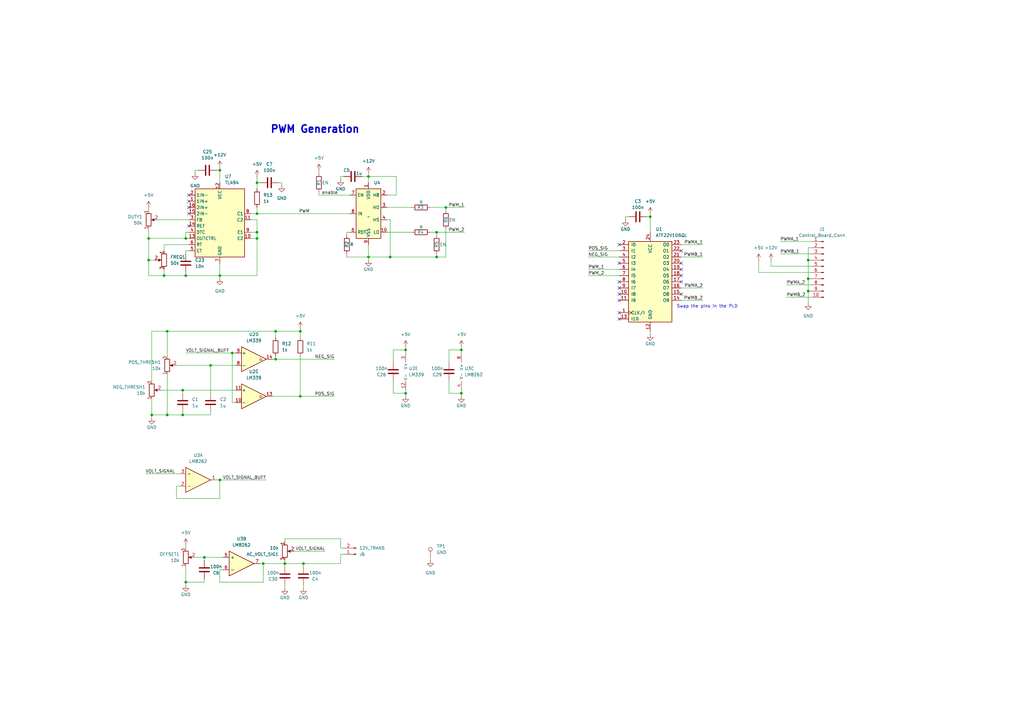
<source format=kicad_sch>
(kicad_sch (version 20250114) (generator "eeschema") (generator_version "9.0")
  (paper "A3")
  (title_block (title "AC-AC Buck Control Board") (rev "V1") (company "Kei Carden"))
  (lib_symbols
    (symbol "Comparator:LM339" (pin_names (offset 0.127))
      (property "Reference" "U" (at 0 5.08 0))
      (property "Value" "LM339" (at 0 -5.08 0))
      (symbol "LM339_1_1"
        (polyline (pts (xy -5.08 5.08) (xy 5.08 0) (xy -5.08 -5.08) (xy -5.08 5.08)) (stroke (width 0.254)) (fill (type background)))
        (polyline (pts (xy 3.302 -0.508) (xy 2.794 -0.508) (xy 3.302 0) (xy 2.794 0.508) (xy 2.286 0) (xy 2.794 -0.508) (xy 2.286 -0.508)) (stroke (width 0.127)))
        (pin input line (at -7.62 2.54 0) (length 2.54) (name "+") (number "5"))
        (pin input line (at -7.62 -2.54 0) (length 2.54) (name "-") (number "4"))
        (pin open_collector line (at 7.62 0 180) (length 2.54) (name "~") (number "2"))
      )
      (symbol "LM339_2_1"
        (polyline (pts (xy -5.08 5.08) (xy 5.08 0) (xy -5.08 -5.08) (xy -5.08 5.08)) (stroke (width 0.254)) (fill (type background)))
        (polyline (pts (xy 3.302 -0.508) (xy 2.794 -0.508) (xy 3.302 0) (xy 2.794 0.508) (xy 2.286 0) (xy 2.794 -0.508) (xy 2.286 -0.508)) (stroke (width 0.127)))
        (pin input line (at -7.62 2.54 0) (length 2.54) (name "+") (number "7"))
        (pin input line (at -7.62 -2.54 0) (length 2.54) (name "-") (number "6"))
        (pin open_collector line (at 7.62 0 180) (length 2.54) (name "~") (number "1"))
      )
      (symbol "LM339_3_1"
        (polyline (pts (xy -5.08 5.08) (xy 5.08 0) (xy -5.08 -5.08) (xy -5.08 5.08)) (stroke (width 0.254)) (fill (type background)))
        (polyline (pts (xy 3.302 -0.508) (xy 2.794 -0.508) (xy 3.302 0) (xy 2.794 0.508) (xy 2.286 0) (xy 2.794 -0.508) (xy 2.286 -0.508)) (stroke (width 0.127)))
        (pin input line (at -7.62 2.54 0) (length 2.54) (name "+") (number "11"))
        (pin input line (at -7.62 -2.54 0) (length 2.54) (name "-") (number "10"))
        (pin open_collector line (at 7.62 0 180) (length 2.54) (name "~") (number "13"))
      )
      (symbol "LM339_4_1"
        (polyline (pts (xy -5.08 5.08) (xy 5.08 0) (xy -5.08 -5.08) (xy -5.08 5.08)) (stroke (width 0.254)) (fill (type background)))
        (polyline (pts (xy 3.302 -0.508) (xy 2.794 -0.508) (xy 3.302 0) (xy 2.794 0.508) (xy 2.286 0) (xy 2.794 -0.508) (xy 2.286 -0.508)) (stroke (width 0.127)))
        (pin input line (at -7.62 2.54 0) (length 2.54) (name "+") (number "9"))
        (pin input line (at -7.62 -2.54 0) (length 2.54) (name "-") (number "8"))
        (pin open_collector line (at 7.62 0 180) (length 2.54) (name "~") (number "14"))
      )
      (symbol "LM339_5_1"
        (pin power_in line (at -2.54 7.62 270) (length 3.81) (name "V+") (number "3"))
        (pin power_in line (at -2.54 -7.62 90) (length 3.81) (name "V-") (number "12"))
      )
    )
    (symbol "Connector:Conn_01x02_Pin" (pin_names (offset 1.016) (hide yes))
      (property "Reference" "J" (at 0 2.54 0))
      (property "Value" "Conn_01x02_Pin" (at 0 -5.08 0))
      (symbol "Conn_01x02_Pin_1_1"
        (rectangle (start 0.8636 0.127) (end 0 -0.127) (stroke (width 0.1524)) (fill (type outline)))
        (rectangle (start 0.8636 -2.413) (end 0 -2.667) (stroke (width 0.1524)) (fill (type outline)))
        (polyline (pts (xy 1.27 0) (xy 0.8636 0)) (stroke (width 0.1524)))
        (polyline (pts (xy 1.27 -2.54) (xy 0.8636 -2.54)) (stroke (width 0.1524)))
        (pin passive line (at 5.08 0 180) (length 3.81) (name "Pin_1") (number "1"))
        (pin passive line (at 5.08 -2.54 180) (length 3.81) (name "Pin_2") (number "2"))
      )
    )
    (symbol "Connector:Conn_01x10_Pin" (pin_names (offset 1.016) (hide yes))
      (property "Reference" "J" (at 0 12.7 0))
      (property "Value" "Conn_01x10_Pin" (at 0 -15.24 0))
      (symbol "Conn_01x10_Pin_1_1"
        (rectangle (start 0.8636 10.287) (end 0 10.033) (stroke (width 0.1524)) (fill (type outline)))
        (rectangle (start 0.8636 7.747) (end 0 7.493) (stroke (width 0.1524)) (fill (type outline)))
        (rectangle (start 0.8636 5.207) (end 0 4.953) (stroke (width 0.1524)) (fill (type outline)))
        (rectangle (start 0.8636 2.667) (end 0 2.413) (stroke (width 0.1524)) (fill (type outline)))
        (rectangle (start 0.8636 0.127) (end 0 -0.127) (stroke (width 0.1524)) (fill (type outline)))
        (rectangle (start 0.8636 -2.413) (end 0 -2.667) (stroke (width 0.1524)) (fill (type outline)))
        (rectangle (start 0.8636 -4.953) (end 0 -5.207) (stroke (width 0.1524)) (fill (type outline)))
        (rectangle (start 0.8636 -7.493) (end 0 -7.747) (stroke (width 0.1524)) (fill (type outline)))
        (rectangle (start 0.8636 -10.033) (end 0 -10.287) (stroke (width 0.1524)) (fill (type outline)))
        (rectangle (start 0.8636 -12.573) (end 0 -12.827) (stroke (width 0.1524)) (fill (type outline)))
        (polyline (pts (xy 1.27 10.16) (xy 0.8636 10.16)) (stroke (width 0.1524)))
        (polyline (pts (xy 1.27 7.62) (xy 0.8636 7.62)) (stroke (width 0.1524)))
        (polyline (pts (xy 1.27 5.08) (xy 0.8636 5.08)) (stroke (width 0.1524)))
        (polyline (pts (xy 1.27 2.54) (xy 0.8636 2.54)) (stroke (width 0.1524)))
        (polyline (pts (xy 1.27 0) (xy 0.8636 0)) (stroke (width 0.1524)))
        (polyline (pts (xy 1.27 -2.54) (xy 0.8636 -2.54)) (stroke (width 0.1524)))
        (polyline (pts (xy 1.27 -5.08) (xy 0.8636 -5.08)) (stroke (width 0.1524)))
        (polyline (pts (xy 1.27 -7.62) (xy 0.8636 -7.62)) (stroke (width 0.1524)))
        (polyline (pts (xy 1.27 -10.16) (xy 0.8636 -10.16)) (stroke (width 0.1524)))
        (polyline (pts (xy 1.27 -12.7) (xy 0.8636 -12.7)) (stroke (width 0.1524)))
        (pin passive line (at 5.08 10.16 180) (length 3.81) (name "Pin_1") (number "1"))
        (pin passive line (at 5.08 7.62 180) (length 3.81) (name "Pin_2") (number "2"))
        (pin passive line (at 5.08 5.08 180) (length 3.81) (name "Pin_3") (number "3"))
        (pin passive line (at 5.08 2.54 180) (length 3.81) (name "Pin_4") (number "4"))
        (pin passive line (at 5.08 0 180) (length 3.81) (name "Pin_5") (number "5"))
        (pin passive line (at 5.08 -2.54 180) (length 3.81) (name "Pin_6") (number "6"))
        (pin passive line (at 5.08 -5.08 180) (length 3.81) (name "Pin_7") (number "7"))
        (pin passive line (at 5.08 -7.62 180) (length 3.81) (name "Pin_8") (number "8"))
        (pin passive line (at 5.08 -10.16 180) (length 3.81) (name "Pin_9") (number "9"))
        (pin passive line (at 5.08 -12.7 180) (length 3.81) (name "Pin_10") (number "10"))
      )
    )
    (symbol "Connector:TestPoint" (pin_numbers (hide yes)) (pin_names (offset 0.762) (hide yes))
      (property "Reference" "TP" (at 0 6.858 0))
      (property "Value" "TestPoint" (at 0 5.08 0))
      (symbol "TestPoint_0_1"
        (circle (center 0 3.302) (radius 0.762))
      )
      (symbol "TestPoint_1_1"
        (pin passive line (at 0 0 90) (length 2.54) (name "1") (number "1"))
      )
    )
    (symbol "Device:C" (pin_numbers (hide yes)) (pin_names (offset 0.254))
      (property "Reference" "C" (at 0.635 2.54 0))
      (property "Value" "C" (at 0.635 -2.54 0))
      (symbol "C_0_1"
        (polyline (pts (xy -2.032 0.762) (xy 2.032 0.762)) (stroke (width 0.508)))
        (polyline (pts (xy -2.032 -0.762) (xy 2.032 -0.762)) (stroke (width 0.508)))
      )
      (symbol "C_1_1"
        (pin passive line (at 0 3.81 270) (length 2.794) (name "~") (number "1"))
        (pin passive line (at 0 -3.81 90) (length 2.794) (name "~") (number "2"))
      )
    )
    (symbol "Device:Opamp_Dual"
      (property "Reference" "U" (at 0 5.08 0))
      (property "Value" "Opamp_Dual" (at 0 -5.08 0))
      (symbol "Opamp_Dual_1_1"
        (polyline (pts (xy -5.08 5.08) (xy 5.08 0) (xy -5.08 -5.08) (xy -5.08 5.08)) (stroke (width 0.254)) (fill (type background)))
        (pin input line (at -7.62 2.54 0) (length 2.54) (name "+") (number "3"))
        (pin input line (at -7.62 -2.54 0) (length 2.54) (name "-") (number "2"))
        (pin output line (at 7.62 0 180) (length 2.54) (name "~") (number "1"))
      )
      (symbol "Opamp_Dual_2_1"
        (polyline (pts (xy -5.08 5.08) (xy 5.08 0) (xy -5.08 -5.08) (xy -5.08 5.08)) (stroke (width 0.254)) (fill (type background)))
        (pin input line (at -7.62 2.54 0) (length 2.54) (name "+") (number "5"))
        (pin input line (at -7.62 -2.54 0) (length 2.54) (name "-") (number "6"))
        (pin output line (at 7.62 0 180) (length 2.54) (name "~") (number "7"))
      )
      (symbol "Opamp_Dual_3_1"
        (pin power_in line (at -2.54 7.62 270) (length 3.81) (name "V+") (number "8"))
        (pin power_in line (at -2.54 -7.62 90) (length 3.81) (name "V-") (number "4"))
      )
    )
    (symbol "Device:R" (pin_numbers (hide yes)) (pin_names (offset 0))
      (property "Reference" "R" (at 2.032 0 90))
      (property "Value" "R" (at 0 0 90))
      (symbol "R_0_1"
        (rectangle (start -1.016 -2.54) (end 1.016 2.54) (stroke (width 0.254)))
      )
      (symbol "R_1_1"
        (pin passive line (at 0 3.81 270) (length 1.27) (name "~") (number "1"))
        (pin passive line (at 0 -3.81 90) (length 1.27) (name "~") (number "2"))
      )
    )
    (symbol "Device:R_Potentiometer" (pin_names (offset 1.016) (hide yes))
      (property "Reference" "RV" (at -4.445 0 90))
      (property "Value" "R_Potentiometer" (at -2.54 0 90))
      (symbol "R_Potentiometer_0_1"
        (rectangle (start 1.016 2.54) (end -1.016 -2.54) (stroke (width 0.254)))
        (polyline (pts (xy 1.143 0) (xy 2.286 0.508) (xy 2.286 -0.508) (xy 1.143 0)) (fill (type outline)))
        (polyline (pts (xy 2.54 0) (xy 1.524 0)))
      )
      (symbol "R_Potentiometer_1_1"
        (pin passive line (at 0 3.81 270) (length 1.27) (name "1") (number "1"))
        (pin passive line (at 0 -3.81 90) (length 1.27) (name "3") (number "3"))
        (pin passive line (at 3.81 0 180) (length 1.27) (name "2") (number "2"))
      )
    )
    (symbol "Driver_FET:LM5106"
      (property "Reference" "U" (at 0 14.732 0))
      (symbol "LM5106_0_1"
        (rectangle (start -5.08 11.43) (end 5.08 -8.89) (stroke (width 0.254)) (fill (type background)))
      )
      (symbol "LM5106_1_1"
        (pin input line (at -7.62 8.89 0) (length 2.54) (name "EN") (number "7"))
        (pin input line (at -7.62 1.27 0) (length 2.54) (name "IN") (number "8"))
        (pin no_connect non_logic (at -7.62 -3.81 0) (length 2.54) (hide yes) (name "NC") (number "5"))
        (pin input line (at -7.62 -6.35 0) (length 2.54) (name "RDT") (number "6"))
        (pin power_in line (at 0 13.97 270) (length 2.54) (name "VDD") (number "1"))
        (pin power_in line (at 0 -11.43 90) (length 2.54) (hide yes) (name "VSS") (number "11"))
        (pin power_in line (at 0 -11.43 90) (length 2.54) (name "VSS") (number "9"))
        (pin passive line (at 7.62 8.89 180) (length 2.54) (name "HB") (number "2"))
        (pin output line (at 7.62 3.81 180) (length 2.54) (name "HO") (number "3"))
        (pin passive line (at 7.62 -1.27 180) (length 2.54) (name "HS") (number "4"))
        (pin output line (at 7.62 -6.35 180) (length 2.54) (name "LO") (number "10"))
      )
    )
    (symbol "Logic_Programmable:PAL20RS10" (pin_names (offset 1.016))
      (property "Reference" "U1" (at 2.1941 21.59 0))
      (property "Value" "ATF22V10BQL" (at 2.1941 19.05 0))
      (symbol "PAL20RS10_0_1"
        (rectangle (start -8.89 -16.51) (end 8.89 16.51) (stroke (width 0.254)) (fill (type background)))
      )
      (symbol "PAL20RS10_1_1"
        (pin input line (at -12.7 15.24 0) (length 3.81) (name "I0") (number "2"))
        (pin input line (at -12.7 12.7 0) (length 3.81) (name "I1") (number "3"))
        (pin input line (at -12.7 10.16 0) (length 3.81) (name "I2") (number "4"))
        (pin input line (at -12.7 7.62 0) (length 3.81) (name "I3") (number "5"))
        (pin input line (at -12.7 5.08 0) (length 3.81) (name "I4") (number "6"))
        (pin input line (at -12.7 2.54 0) (length 3.81) (name "I5") (number "7"))
        (pin input line (at -12.7 0 0) (length 3.81) (name "I6") (number "8"))
        (pin input line (at -12.7 -2.54 0) (length 3.81) (name "I7") (number "9"))
        (pin input line (at -12.7 -5.08 0) (length 3.81) (name "I8") (number "10"))
        (pin input line (at -12.7 -7.62 0) (length 3.81) (name "I9") (number "11"))
        (pin input clock (at -12.7 -12.7 0) (length 3.81) (name "CLK/I") (number "1"))
        (pin input line (at -12.7 -15.24 0) (length 3.81) (name "I10") (number "13"))
        (pin power_in line (at 0 20.32 270) (length 3.81) (name "VCC") (number "24"))
        (pin power_in line (at 0 -20.32 90) (length 3.81) (name "GND") (number "12"))
        (pin output line (at 12.7 15.24 180) (length 3.81) (name "O0") (number "23"))
        (pin output line (at 12.7 12.7 180) (length 3.81) (name "O1") (number "22"))
        (pin output line (at 12.7 10.16 180) (length 3.81) (name "O2") (number "21"))
        (pin output line (at 12.7 7.62 180) (length 3.81) (name "O3") (number "20"))
        (pin output line (at 12.7 5.08 180) (length 3.81) (name "O4") (number "19"))
        (pin output line (at 12.7 2.54 180) (length 3.81) (name "O5") (number "18"))
        (pin output line (at 12.7 0 180) (length 3.81) (name "O6") (number "17"))
        (pin output line (at 12.7 -2.54 180) (length 3.81) (name "O7") (number "16"))
        (pin output line (at 12.7 -5.08 180) (length 3.81) (name "O8") (number "15"))
        (pin output line (at 12.7 -7.62 180) (length 3.81) (name "O9") (number "14"))
      )
    )
    (symbol "Regulator_Controller:TL494"
      (property "Reference" "U" (at 3.81 19.05 0))
      (property "Value" "TL494" (at 3.81 16.51 0))
      (symbol "TL494_0_1"
        (rectangle (start -10.16 -12.7) (end 10.16 15.24) (stroke (width 0.254)) (fill (type background)))
      )
      (symbol "TL494_1_1"
        (pin input line (at -12.7 12.7 0) (length 2.54) (name "1IN-") (number "2"))
        (pin input line (at -12.7 10.16 0) (length 2.54) (name "1IN+") (number "1"))
        (pin input line (at -12.7 7.62 0) (length 2.54) (name "2IN+") (number "16"))
        (pin input line (at -12.7 5.08 0) (length 2.54) (name "2IN-") (number "15"))
        (pin output line (at -12.7 2.54 0) (length 2.54) (name "FB") (number "3"))
        (pin power_out line (at -12.7 0 0) (length 2.54) (name "REF") (number "14"))
        (pin input line (at -12.7 -2.54 0) (length 2.54) (name "DTC") (number "4"))
        (pin input line (at -12.7 -5.08 0) (length 2.54) (name "OUTCTRL") (number "13"))
        (pin passive line (at -12.7 -7.62 0) (length 2.54) (name "RT") (number "6"))
        (pin passive line (at -12.7 -10.16 0) (length 2.54) (name "CT") (number "5"))
        (pin power_in line (at 0 17.78 270) (length 2.54) (name "VCC") (number "12"))
        (pin power_in line (at 0 -15.24 90) (length 2.54) (name "GND") (number "7"))
        (pin passive line (at 12.7 5.08 180) (length 2.54) (name "C1") (number "8"))
        (pin passive line (at 12.7 2.54 180) (length 2.54) (name "C2") (number "11"))
        (pin passive line (at 12.7 -2.54 180) (length 2.54) (name "E1") (number "9"))
        (pin passive line (at 12.7 -5.08 180) (length 2.54) (name "E2") (number "10"))
      )
    )
    (symbol "power:+12V" (power) (pin_names (offset 0))
      (property "Value" "+12V" (at 0 3.556 0))
      (symbol "+12V_0_1"
        (polyline (pts (xy -0.762 1.27) (xy 0 2.54)))
        (polyline (pts (xy 0 2.54) (xy 0.762 1.27)))
        (polyline (pts (xy 0 0) (xy 0 2.54)))
      )
      (symbol "+12V_1_1"
        (pin power_in line (at 0 0 90) (length 0) (hide yes) (name "+12V") (number "1"))
      )
    )
    (symbol "power:+5V" (power) (pin_numbers (hide yes)) (pin_names (offset 0) (hide yes))
      (property "Value" "+5V" (at 0 3.556 0))
      (symbol "+5V_0_1"
        (polyline (pts (xy -0.762 1.27) (xy 0 2.54)))
        (polyline (pts (xy 0 2.54) (xy 0.762 1.27)))
        (polyline (pts (xy 0 0) (xy 0 2.54)))
      )
      (symbol "+5V_1_1"
        (pin power_in line (at 0 0 90) (length 0) (name "~") (number "1"))
      )
    )
    (symbol "power:GND" (power) (pin_numbers (hide yes)) (pin_names (offset 0) (hide yes))
      (property "Value" "GND" (at 0 -3.81 0))
      (symbol "GND_0_1"
        (polyline (pts (xy 0 0) (xy 0 -1.27) (xy 1.27 -1.27) (xy 0 -2.54) (xy -1.27 -1.27) (xy 0 -1.27)))
      )
      (symbol "GND_1_1"
        (pin power_in line (at 0 0 270) (length 0) (name "~") (number "1"))
      )
    )
  )
  (text "PWM Generation" (at 110.744 54.864 0) (effects (font (size 3 3) (thickness 0.6) (bold yes)) (justify left bottom)))
  (text "Swap the pins in the PLD" (at 290.068 125.73 0) (effects (font (size 1.27 1.27))))
  (junction (at 76.2 113.03))
  (junction (at 105.41 95.25))
  (junction (at 166.37 161.29))
  (junction (at 123.19 135.89))
  (junction (at 105.41 97.79))
  (junction (at 76.2 97.79))
  (junction (at 160.02 105.41))
  (junction (at 113.03 135.89))
  (junction (at 67.31 113.03))
  (junction (at 179.07 95.25))
  (junction (at 182.88 85.09))
  (junction (at 151.13 72.39))
  (junction (at 331.47 114.3))
  (junction (at 189.23 143.51))
  (junction (at 68.58 170.18))
  (junction (at 266.7 88.9))
  (junction (at 74.93 160.02))
  (junction (at 189.23 161.29))
  (junction (at 105.41 87.63))
  (junction (at 83.82 228.6))
  (junction (at 113.03 147.32))
  (junction (at 60.96 97.79))
  (junction (at 68.58 135.89))
  (junction (at 179.07 105.41))
  (junction (at 90.17 113.03))
  (junction (at 331.47 119.38))
  (junction (at 151.13 105.41))
  (junction (at 76.2 238.76))
  (junction (at 116.84 231.14))
  (junction (at 86.36 149.86))
  (junction (at 107.95 231.14))
  (junction (at 62.23 170.18))
  (junction (at 124.46 231.14))
  (junction (at 90.17 196.85))
  (junction (at 105.41 74.93))
  (junction (at 166.37 143.51))
  (junction (at 90.17 69.85))
  (junction (at 60.96 106.68))
  (junction (at 95.25 144.78))
  (junction (at 74.93 170.18))
  (junction (at 123.19 162.56))
  (junction (at 331.47 106.68))
  (no_connect (at 254 130.81))
  (no_connect (at 279.4 115.57))
  (no_connect (at 254 115.57))
  (no_connect (at 279.4 102.87))
  (no_connect (at 254 100.33))
  (no_connect (at 254 107.95))
  (no_connect (at 254 118.11))
  (no_connect (at 254 123.19))
  (no_connect (at 254 128.27))
  (no_connect (at 254 120.65))
  (no_connect (at 279.4 110.49))
  (no_connect (at 279.4 107.95))
  (no_connect (at 77.47 85.09))
  (no_connect (at 77.47 80.01))
  (no_connect (at 77.47 92.71))
  (no_connect (at 279.4 113.03))
  (no_connect (at 279.4 120.65))
  (no_connect (at 77.47 87.63))
  (no_connect (at 77.47 82.55))
  (wire (pts (xy 76.2 113.03) (xy 90.17 113.03)))
  (wire (pts (xy 166.37 143.51) (xy 166.37 144.78)))
  (wire (pts (xy 331.47 119.38) (xy 332.74 119.38)))
  (wire (pts (xy 62.23 135.89) (xy 68.58 135.89)))
  (wire (pts (xy 95.25 165.1) (xy 96.52 165.1)))
  (wire (pts (xy 151.13 105.41) (xy 151.13 106.68)))
  (wire (pts (xy 66.04 160.02) (xy 74.93 160.02)))
  (wire (pts (xy 116.84 240.03) (xy 116.84 241.3)))
  (wire (pts (xy 60.96 106.68) (xy 60.96 113.03)))
  (wire (pts (xy 105.41 85.09) (xy 105.41 87.63)))
  (wire (pts (xy 182.88 93.98) (xy 182.88 105.41)))
  (wire (pts (xy 95.25 144.78) (xy 95.25 165.1)))
  (wire (pts (xy 189.23 160.02) (xy 189.23 161.29)))
  (wire (pts (xy 151.13 100.33) (xy 151.13 105.41)))
  (wire (pts (xy 162.56 72.39) (xy 162.56 80.01)))
  (wire (pts (xy 72.39 199.39) (xy 73.66 199.39)))
  (wire (pts (xy 332.74 114.3) (xy 331.47 114.3)))
  (wire (pts (xy 241.3 102.87) (xy 254 102.87)))
  (wire (pts (xy 176.53 85.09) (xy 182.88 85.09)))
  (wire (pts (xy 102.87 87.63) (xy 105.41 87.63)))
  (wire (pts (xy 256.54 88.9) (xy 257.81 88.9)))
  (wire (pts (xy 189.23 143.51) (xy 189.23 144.78)))
  (wire (pts (xy 60.96 93.98) (xy 60.96 97.79)))
  (wire (pts (xy 182.88 85.09) (xy 182.88 86.36)))
  (wire (pts (xy 176.53 95.25) (xy 179.07 95.25)))
  (wire (pts (xy 76.2 223.52) (xy 76.2 224.79)))
  (wire (pts (xy 133.35 226.06) (xy 120.65 226.06)))
  (wire (pts (xy 72.39 199.39) (xy 72.39 204.47)))
  (wire (pts (xy 68.58 135.89) (xy 68.58 146.05)))
  (wire (pts (xy 256.54 90.17) (xy 256.54 88.9)))
  (wire (pts (xy 86.36 149.86) (xy 96.52 149.86)))
  (wire (pts (xy 322.58 121.92) (xy 332.74 121.92)))
  (wire (pts (xy 90.17 113.03) (xy 105.41 113.03)))
  (wire (pts (xy 105.41 95.25) (xy 102.87 95.25)))
  (wire (pts (xy 72.39 149.86) (xy 86.36 149.86)))
  (wire (pts (xy 76.2 111.76) (xy 76.2 113.03)))
  (wire (pts (xy 266.7 135.89) (xy 266.7 137.16)))
  (wire (pts (xy 151.13 72.39) (xy 151.13 74.93)))
  (wire (pts (xy 68.58 153.67) (xy 68.58 170.18)))
  (wire (pts (xy 151.13 71.12) (xy 151.13 72.39)))
  (wire (pts (xy 90.17 196.85) (xy 109.22 196.85)))
  (wire (pts (xy 67.31 100.33) (xy 77.47 100.33)))
  (wire (pts (xy 113.03 146.05) (xy 113.03 147.32)))
  (wire (pts (xy 189.23 142.24) (xy 189.23 143.51)))
  (wire (pts (xy 60.96 106.68) (xy 63.5 106.68)))
  (wire (pts (xy 124.46 231.14) (xy 124.46 232.41)))
  (wire (pts (xy 124.46 240.03) (xy 124.46 241.3)))
  (wire (pts (xy 116.84 220.98) (xy 116.84 222.25)))
  (wire (pts (xy 331.47 124.46) (xy 331.47 119.38)))
  (wire (pts (xy 161.29 156.21) (xy 161.29 161.29)))
  (wire (pts (xy 123.19 146.05) (xy 123.19 162.56)))
  (wire (pts (xy 105.41 74.93) (xy 105.41 77.47)))
  (wire (pts (xy 74.93 160.02) (xy 96.52 160.02)))
  (wire (pts (xy 90.17 74.93) (xy 90.17 69.85)))
  (wire (pts (xy 166.37 162.56) (xy 166.37 161.29)))
  (wire (pts (xy 140.97 227.33) (xy 139.7 227.33)))
  (wire (pts (xy 74.93 168.91) (xy 74.93 170.18)))
  (wire (pts (xy 74.93 170.18) (xy 86.36 170.18)))
  (wire (pts (xy 90.17 196.85) (xy 88.9 196.85)))
  (wire (pts (xy 142.24 105.41) (xy 151.13 105.41)))
  (wire (pts (xy 331.47 106.68) (xy 331.47 101.6)))
  (wire (pts (xy 62.23 171.45) (xy 62.23 170.18)))
  (wire (pts (xy 179.07 104.14) (xy 179.07 105.41)))
  (wire (pts (xy 123.19 135.89) (xy 123.19 138.43)))
  (wire (pts (xy 106.68 231.14) (xy 107.95 231.14)))
  (wire (pts (xy 148.59 72.39) (xy 151.13 72.39)))
  (wire (pts (xy 62.23 163.83) (xy 62.23 170.18)))
  (wire (pts (xy 88.9 69.85) (xy 90.17 69.85)))
  (wire (pts (xy 143.51 95.25) (xy 142.24 95.25)))
  (wire (pts (xy 62.23 156.21) (xy 62.23 135.89)))
  (wire (pts (xy 184.15 148.59) (xy 184.15 143.51)))
  (wire (pts (xy 60.96 97.79) (xy 60.96 106.68)))
  (wire (pts (xy 116.84 231.14) (xy 116.84 232.41)))
  (wire (pts (xy 158.75 95.25) (xy 168.91 95.25)))
  (wire (pts (xy 241.3 113.03) (xy 254 113.03)))
  (wire (pts (xy 91.44 233.68) (xy 90.17 233.68)))
  (wire (pts (xy 123.19 134.62) (xy 123.19 135.89)))
  (wire (pts (xy 279.4 118.11) (xy 288.29 118.11)))
  (wire (pts (xy 322.58 116.84) (xy 332.74 116.84)))
  (wire (pts (xy 90.17 238.76) (xy 107.95 238.76)))
  (wire (pts (xy 279.4 105.41) (xy 288.29 105.41)))
  (wire (pts (xy 266.7 87.63) (xy 266.7 88.9)))
  (wire (pts (xy 115.57 74.93) (xy 115.57 76.2)))
  (wire (pts (xy 331.47 119.38) (xy 331.47 114.3)))
  (wire (pts (xy 182.88 105.41) (xy 179.07 105.41)))
  (wire (pts (xy 265.43 88.9) (xy 266.7 88.9)))
  (wire (pts (xy 279.4 100.33) (xy 288.29 100.33)))
  (wire (pts (xy 102.87 97.79) (xy 105.41 97.79)))
  (wire (pts (xy 316.23 109.22) (xy 332.74 109.22)))
  (wire (pts (xy 64.77 90.17) (xy 77.47 90.17)))
  (wire (pts (xy 60.96 97.79) (xy 76.2 97.79)))
  (wire (pts (xy 90.17 113.03) (xy 90.17 107.95)))
  (wire (pts (xy 139.7 231.14) (xy 139.7 227.33)))
  (wire (pts (xy 241.3 110.49) (xy 254 110.49)))
  (wire (pts (xy 105.41 113.03) (xy 105.41 97.79)))
  (wire (pts (xy 105.41 90.17) (xy 105.41 95.25)))
  (wire (pts (xy 76.2 102.87) (xy 76.2 104.14)))
  (wire (pts (xy 279.4 123.19) (xy 288.29 123.19)))
  (wire (pts (xy 139.7 224.79) (xy 140.97 224.79)))
  (wire (pts (xy 105.41 97.79) (xy 105.41 95.25)))
  (wire (pts (xy 80.01 69.85) (xy 80.01 71.12)))
  (wire (pts (xy 113.03 135.89) (xy 113.03 138.43)))
  (wire (pts (xy 111.76 162.56) (xy 123.19 162.56)))
  (wire (pts (xy 83.82 228.6) (xy 91.44 228.6)))
  (wire (pts (xy 151.13 72.39) (xy 162.56 72.39)))
  (wire (pts (xy 105.41 74.93) (xy 106.68 74.93)))
  (wire (pts (xy 113.03 147.32) (xy 137.16 147.32)))
  (wire (pts (xy 77.47 102.87) (xy 76.2 102.87)))
  (wire (pts (xy 130.81 78.74) (xy 130.81 80.01)))
  (wire (pts (xy 166.37 160.02) (xy 166.37 161.29)))
  (wire (pts (xy 184.15 143.51) (xy 189.23 143.51)))
  (wire (pts (xy 139.7 220.98) (xy 116.84 220.98)))
  (wire (pts (xy 332.74 106.68) (xy 331.47 106.68)))
  (wire (pts (xy 162.56 80.01) (xy 158.75 80.01)))
  (wire (pts (xy 107.95 238.76) (xy 107.95 231.14)))
  (wire (pts (xy 90.17 113.03) (xy 90.17 114.3)))
  (wire (pts (xy 311.15 111.76) (xy 311.15 106.68)))
  (wire (pts (xy 124.46 231.14) (xy 139.7 231.14)))
  (wire (pts (xy 67.31 110.49) (xy 67.31 113.03)))
  (wire (pts (xy 81.28 69.85) (xy 80.01 69.85)))
  (wire (pts (xy 86.36 149.86) (xy 86.36 161.29)))
  (wire (pts (xy 266.7 88.9) (xy 266.7 95.25)))
  (wire (pts (xy 184.15 161.29) (xy 189.23 161.29)))
  (wire (pts (xy 331.47 101.6) (xy 332.74 101.6)))
  (wire (pts (xy 113.03 147.32) (xy 111.76 147.32)))
  (wire (pts (xy 67.31 113.03) (xy 76.2 113.03)))
  (wire (pts (xy 189.23 162.56) (xy 189.23 161.29)))
  (wire (pts (xy 316.23 106.68) (xy 316.23 109.22)))
  (wire (pts (xy 142.24 95.25) (xy 142.24 96.52)))
  (wire (pts (xy 158.75 85.09) (xy 168.91 85.09)))
  (wire (pts (xy 74.93 160.02) (xy 74.93 161.29)))
  (wire (pts (xy 123.19 162.56) (xy 137.16 162.56)))
  (wire (pts (xy 139.7 72.39) (xy 140.97 72.39)))
  (wire (pts (xy 60.96 85.09) (xy 60.96 86.36)))
  (wire (pts (xy 123.19 135.89) (xy 113.03 135.89)))
  (wire (pts (xy 76.2 144.78) (xy 95.25 144.78)))
  (wire (pts (xy 76.2 97.79) (xy 77.47 97.79)))
  (wire (pts (xy 83.82 228.6) (xy 83.82 229.87)))
  (wire (pts (xy 105.41 87.63) (xy 143.51 87.63)))
  (wire (pts (xy 331.47 114.3) (xy 331.47 106.68)))
  (wire (pts (xy 139.7 220.98) (xy 139.7 224.79)))
  (wire (pts (xy 72.39 204.47) (xy 90.17 204.47)))
  (wire (pts (xy 76.2 95.25) (xy 76.2 97.79)))
  (wire (pts (xy 102.87 90.17) (xy 105.41 90.17)))
  (wire (pts (xy 166.37 142.24) (xy 166.37 143.51)))
  (wire (pts (xy 90.17 233.68) (xy 90.17 238.76)))
  (wire (pts (xy 130.81 80.01) (xy 143.51 80.01)))
  (wire (pts (xy 77.47 95.25) (xy 76.2 95.25)))
  (wire (pts (xy 90.17 204.47) (xy 90.17 196.85)))
  (wire (pts (xy 151.13 105.41) (xy 160.02 105.41)))
  (wire (pts (xy 161.29 148.59) (xy 161.29 143.51)))
  (wire (pts (xy 179.07 105.41) (xy 160.02 105.41)))
  (wire (pts (xy 142.24 104.14) (xy 142.24 105.41)))
  (wire (pts (xy 320.04 99.06) (xy 332.74 99.06)))
  (wire (pts (xy 76.2 240.03) (xy 76.2 238.76)))
  (wire (pts (xy 59.69 194.31) (xy 73.66 194.31)))
  (wire (pts (xy 161.29 143.51) (xy 166.37 143.51)))
  (wire (pts (xy 86.36 168.91) (xy 86.36 170.18)))
  (wire (pts (xy 68.58 135.89) (xy 113.03 135.89)))
  (wire (pts (xy 184.15 156.21) (xy 184.15 161.29)))
  (wire (pts (xy 332.74 111.76) (xy 311.15 111.76)))
  (wire (pts (xy 67.31 100.33) (xy 67.31 102.87)))
  (wire (pts (xy 116.84 231.14) (xy 116.84 229.87)))
  (wire (pts (xy 62.23 170.18) (xy 68.58 170.18)))
  (wire (pts (xy 160.02 90.17) (xy 158.75 90.17)))
  (wire (pts (xy 90.17 68.58) (xy 90.17 69.85)))
  (wire (pts (xy 179.07 95.25) (xy 190.5 95.25)))
  (wire (pts (xy 60.96 113.03) (xy 67.31 113.03)))
  (wire (pts (xy 182.88 85.09) (xy 190.5 85.09)))
  (wire (pts (xy 76.2 232.41) (xy 76.2 238.76)))
  (wire (pts (xy 107.95 231.14) (xy 116.84 231.14)))
  (wire (pts (xy 320.04 104.14) (xy 332.74 104.14)))
  (wire (pts (xy 160.02 105.41) (xy 160.02 90.17)))
  (wire (pts (xy 161.29 161.29) (xy 166.37 161.29)))
  (wire (pts (xy 76.2 238.76) (xy 83.82 238.76)))
  (wire (pts (xy 96.52 144.78) (xy 95.25 144.78)))
  (wire (pts (xy 179.07 95.25) (xy 179.07 96.52)))
  (wire (pts (xy 116.84 231.14) (xy 124.46 231.14)))
  (wire (pts (xy 68.58 170.18) (xy 74.93 170.18)))
  (wire (pts (xy 105.41 72.39) (xy 105.41 74.93)))
  (wire (pts (xy 241.3 105.41) (xy 254 105.41)))
  (wire (pts (xy 114.3 74.93) (xy 115.57 74.93)))
  (wire (pts (xy 139.7 73.66) (xy 139.7 72.39)))
  (wire (pts (xy 176.53 228.6) (xy 176.53 229.87)))
  (wire (pts (xy 83.82 237.49) (xy 83.82 238.76)))
  (wire (pts (xy 130.81 69.85) (xy 130.81 71.12)))
  (wire (pts (xy 80.01 228.6) (xy 83.82 228.6)))
  (label "PWMA_1" (at 320.04 99.06 0))
  (label "PWM" (at 127 87.63 180))
  (label "PWM_1" (at 241.3 110.49 0))
  (label "PWMA_1" (at 288.29 100.33 180))
  (label "PWM_2" (at 190.5 95.25 180))
  (label "NEG_SIG" (at 137.16 147.32 180))
  (label "VOLT_SIGNAL_BUFF" (at 76.2 144.78 0))
  (label "PWMA_2" (at 322.58 116.84 0))
  (label "PWMA_2" (at 288.29 118.11 180))
  (label "PWMB_2" (at 288.29 123.19 180))
  (label "PWMB_2" (at 322.58 121.92 0))
  (label "POS_SIG" (at 241.3 102.87 0))
  (label "PWM_1" (at 190.5 85.09 180))
  (label "POS_SIG" (at 137.16 162.56 180))
  (label "PWM_2" (at 241.3 113.03 0))
  (label "VOLT_SIGNAL" (at 59.69 194.31 0))
  (label "PWMB_1" (at 320.04 104.14 0))
  (label "NEG_SIG" (at 241.3 105.41 0))
  (label "VOLT_SIGNAL_BUFF" (at 109.22 196.85 180))
  (label "enable" (at 132.08 80.01 0))
  (label "PWMB_1" (at 288.29 105.41 180))
  (label "VOLT_SIGNAL" (at 133.35 226.06 180))
  (symbol (lib_id "power:+5V") (at 266.7 87.63 0) (unit 1)
    (property "Reference" "#PWR05" (effects (hide yes)))
    (property "Value" "+5V" (at 266.7 82.55 0))
    (property "Description" "Power symbol creates a global label with name \"+5V\"" (effects (hide yes)))
  )
  (symbol (lib_id "Device:R_Potentiometer") (at 76.2 228.6 0) (mirror x) (unit 1)
    (property "Reference" "OFFSET1" (at 73.66 227.3299 0) (effects (justify right)))
    (property "Value" "10k" (at 73.66 229.8699 0) (effects (justify right)))
    (property "Footprint" "Potentiometer_THT:Potentiometer_Bourns_3296W_Vertical" (effects (hide yes)))
    (property "Description" "OFFSET" (effects (hide yes)))
  )
  (symbol (lib_id "Device:C") (at 184.15 152.4 0) (mirror y) (unit 1)
    (property "Reference" "C29" (at 179.324 153.67 0))
    (property "Value" "100n" (at 179.324 151.13 0))
    (property "Footprint" "Capacitor_SMD:C_0603_1608Metric_Pad1.08x0.95mm_HandSolder" (effects (hide yes)))
  )
  (symbol (lib_id "Device:R") (at 142.24 100.33 0) (unit 1)
    (property "Reference" "R2" (at 142.24 101.6 90) (effects (justify left)))
    (property "Value" "R" (at 143.51 100.33 0) (effects (justify left)))
    (property "Footprint" "Resistor_SMD:R_0603_1608Metric_Pad0.98x0.95mm_HandSolder" (effects (hide yes)))
  )
  (symbol (lib_id "power:GND") (at 115.57 76.2 0) (mirror y) (unit 1)
    (property "Reference" "#PWR011" (effects (hide yes)))
    (property "Value" "GND" (at 115.57 81.28 0))
  )
  (symbol (lib_id "Device:R_Potentiometer") (at 116.84 226.06 0) (unit 1)
    (property "Reference" "AC_VOLT_SIG1" (at 114.3 227.3301 0) (effects (justify right)))
    (property "Value" "10k" (at 114.3 224.7901 0) (effects (justify right)))
    (property "Footprint" "Potentiometer_THT:Potentiometer_Bourns_3296W_Vertical" (effects (hide yes)))
    (property "Description" "SENS PK" (effects (hide yes)))
  )
  (symbol (lib_id "Comparator:LM339") (at 104.14 162.56 0) (unit 3)
    (property "Reference" "U2" (at 104.14 152.4 0))
    (property "Value" "LM339" (at 104.14 154.94 0))
    (property "Footprint" "Package_SO:SOIC-14_3.9x8.7mm_P1.27mm" (effects (hide yes)))
    (property "Datasheet" "https://www.st.com/resource/en/datasheet/lm139.pdf" (effects (hide yes)))
    (property "Description" "Quad Differential Comparators, SOIC-14/TSSOP-14" (effects (hide yes)))
  )
  (symbol (lib_id "power:GND") (at 116.84 241.3 0) (unit 1)
    (property "Reference" "#PWR039" (effects (hide yes)))
    (property "Value" "GND" (at 116.84 245.11 0))
    (property "Description" "Power symbol creates a global label with name \"GND\" , ground" (effects (hide yes)))
  )
  (symbol (lib_id "power:GND") (at 331.47 124.46 0) (mirror y) (unit 1)
    (property "Reference" "#PWR08" (effects (hide yes)))
    (property "Value" "GND" (at 331.47 129.54 0))
  )
  (symbol (lib_id "Device:Opamp_Dual") (at 81.28 196.85 0) (unit 1)
    (property "Reference" "U3" (at 81.28 186.69 0))
    (property "Value" "LM8262" (at 81.28 189.23 0))
    (property "Footprint" "Package_SO:VSSOP-8_3x3mm_P0.65mm" (effects (hide yes)))
    (property "Description" "Dual operational amplifier" (effects (hide yes)))
    (property "Sim.Library" "${KICAD7_SYMBOL_DIR}/Simulation_SPICE.sp" (effects (hide yes)))
    (property "Sim.Name" "kicad_builtin_opamp_dual" (effects (hide yes)))
    (property "Sim.Device" "SUBCKT" (effects (hide yes)))
    (property "Sim.Pins" "1=out1 2=in1- 3=in1+ 4=vee 5=in2+ 6=in2- 7=out2 8=vcc" (effects (hide yes)))
  )
  (symbol (lib_id "Device:R_Potentiometer") (at 60.96 90.17 0) (mirror x) (unit 1)
    (property "Reference" "DUTY1" (at 58.42 88.8999 0) (effects (justify right)))
    (property "Value" "50k" (at 58.42 91.4399 0) (effects (justify right)))
    (property "Footprint" "Potentiometer_THT:Potentiometer_Bourns_3296W_Vertical" (effects (hide yes)))
    (property "Description" "DUTY" (effects (hide yes)))
  )
  (symbol (lib_id "Device:R") (at 182.88 90.17 0) (unit 1)
    (property "Reference" "R6" (at 182.88 91.44 90) (effects (justify left)))
    (property "Value" "EN" (at 184.15 90.17 0) (effects (justify left)))
    (property "Footprint" "Resistor_SMD:R_0603_1608Metric_Pad0.98x0.95mm_HandSolder" (effects (hide yes)))
  )
  (symbol (lib_id "Comparator:LM339") (at 168.91 152.4 0) (unit 5)
    (property "Reference" "U2" (at 167.64 151.1299 0) (effects (justify left)))
    (property "Value" "LM339" (at 167.64 153.6699 0) (effects (justify left)))
    (property "Footprint" "Package_SO:SOIC-14_3.9x8.7mm_P1.27mm" (effects (hide yes)))
    (property "Datasheet" "https://www.st.com/resource/en/datasheet/lm139.pdf" (effects (hide yes)))
    (property "Description" "Quad Differential Comparators, SOIC-14/TSSOP-14" (effects (hide yes)))
  )
  (symbol (lib_id "power:GND") (at 80.01 71.12 0) (unit 1)
    (property "Reference" "#PWR024" (effects (hide yes)))
    (property "Value" "GND" (at 80.01 76.2 0))
  )
  (symbol (lib_id "Device:C") (at 86.36 165.1 0) (unit 1)
    (property "Reference" "C2" (at 90.17 163.8299 0) (effects (justify left)))
    (property "Value" "1u" (at 90.17 166.3699 0) (effects (justify left)))
    (property "Footprint" "Capacitor_SMD:C_0603_1608Metric_Pad1.08x0.95mm_HandSolder" (effects (hide yes)))
    (property "Description" "Unpolarized capacitor" (effects (hide yes)))
  )
  (symbol (lib_id "power:+5V") (at 189.23 142.24 0) (mirror y) (unit 1)
    (property "Reference" "#PWR037" (effects (hide yes)))
    (property "Value" "+5V" (at 189.23 137.16 0))
    (property "Description" "Power symbol creates a global label with name \"+5V\"" (effects (hide yes)))
  )
  (symbol (lib_id "Device:Opamp_Dual") (at 99.06 231.14 0) (unit 2)
    (property "Reference" "U3" (at 99.06 220.98 0))
    (property "Value" "LM8262" (at 99.06 223.52 0))
    (property "Footprint" "Package_SO:VSSOP-8_3x3mm_P0.65mm" (effects (hide yes)))
    (property "Description" "Dual operational amplifier" (effects (hide yes)))
    (property "Sim.Library" "${KICAD7_SYMBOL_DIR}/Simulation_SPICE.sp" (effects (hide yes)))
    (property "Sim.Name" "kicad_builtin_opamp_dual" (effects (hide yes)))
    (property "Sim.Device" "SUBCKT" (effects (hide yes)))
    (property "Sim.Pins" "1=out1 2=in1- 3=in1+ 4=vee 5=in2+ 6=in2- 7=out2 8=vcc" (effects (hide yes)))
  )
  (symbol (lib_id "Device:C") (at 85.09 69.85 90) (unit 1)
    (property "Reference" "C25" (at 85.09 62.23 90))
    (property "Value" "100n" (at 85.09 64.77 90))
    (property "Footprint" "Capacitor_SMD:C_0603_1608Metric_Pad1.08x0.95mm_HandSolder" (effects (hide yes)))
  )
  (symbol (lib_id "Device:R_Potentiometer") (at 68.58 149.86 0) (mirror x) (unit 1)
    (property "Reference" "POS_THRESH1" (at 66.04 148.5899 0) (effects (justify right)))
    (property "Value" "10k" (at 66.04 151.1299 0) (effects (justify right)))
    (property "Footprint" "Potentiometer_THT:Potentiometer_Bourns_3296W_Vertical" (effects (hide yes)))
    (property "Description" "POS THR" (effects (hide yes)))
  )
  (symbol (lib_id "power:+5V") (at 76.2 223.52 0) (mirror y) (unit 1)
    (property "Reference" "#PWR042" (effects (hide yes)))
    (property "Value" "+5V" (at 76.2 218.44 0))
    (property "Description" "Power symbol creates a global label with name \"+5V\"" (effects (hide yes)))
  )
  (symbol (lib_id "Device:R") (at 113.03 142.24 0) (unit 1)
    (property "Reference" "R12" (at 115.57 140.9699 0) (effects (justify left)))
    (property "Value" "1k" (at 115.57 143.5099 0) (effects (justify left)))
    (property "Footprint" "Resistor_SMD:R_0603_1608Metric_Pad0.98x0.95mm_HandSolder" (effects (hide yes)))
    (property "Description" "Resistor" (effects (hide yes)))
  )
  (symbol (lib_id "Device:C") (at 83.82 233.68 0) (unit 1)
    (property "Reference" "C6" (at 88.646 234.95 0))
    (property "Value" "100n" (at 88.646 232.41 0))
    (property "Footprint" "Capacitor_SMD:C_0603_1608Metric_Pad1.08x0.95mm_HandSolder" (effects (hide yes)))
  )
  (symbol (lib_id "power:GND") (at 176.53 229.87 0) (unit 1)
    (property "Reference" "#PWR012" (effects (hide yes)))
    (property "Value" "GND" (at 176.53 234.95 0))
  )
  (symbol (lib_id "Logic_Programmable:PAL20RS10") (at 266.7 115.57 0) (unit 1)
    (property "Reference" "U1" (at 268.8941 93.98 0) (effects (justify left)))
    (property "Value" "ATF22V10BQL" (at 268.8941 96.52 0) (effects (justify left)))
    (property "Footprint" "Package_DIP:DIP-24_W7.62mm_LongPads" (effects (hide yes)))
    (property "Description" "Programmable Logic Array, DIP-24 (Narrow)" (effects (hide yes)))
  )
  (symbol (lib_id "power:+12V") (at 90.17 68.58 0) (unit 1)
    (property "Reference" "#PWR025" (effects (hide yes)))
    (property "Value" "+12V" (at 90.17 63.5 0))
  )
  (symbol (lib_id "Device:R") (at 172.72 95.25 90) (unit 1)
    (property "Reference" "R4" (at 172.466 95.25 90))
    (property "Value" "R" (at 172.72 93.218 90))
    (property "Footprint" "Resistor_SMD:R_0603_1608Metric_Pad0.98x0.95mm_HandSolder" (effects (hide yes)))
    (property "Description" "Resistor" (effects (hide yes)))
  )
  (symbol (lib_id "Device:R") (at 105.41 81.28 0) (unit 1)
    (property "Reference" "R13" (at 107.95 80.0099 0) (effects (justify left)))
    (property "Value" "1k" (at 107.95 82.5499 0) (effects (justify left)))
    (property "Footprint" "Resistor_SMD:R_0603_1608Metric_Pad0.98x0.95mm_HandSolder" (effects (hide yes)))
    (property "Description" "Resistor" (effects (hide yes)))
  )
  (symbol (lib_id "Driver_FET:LM5106") (at 151.13 88.9 0) (unit 1)
    (property "Reference" "U4" (at 153.3241 74.93 0) (effects (justify left)))
    (property "Value" "~" (at 151.13 88.9 0))
    (property "Footprint" "footprints:SON80P400X400X75-11N" (effects (hide yes)))
    (property "Datasheet" "https://www.ti.com/lit/ds/symlink/lm5106.pdf?ts=1695899635258&ref_url=https%253A%252F%252Fwww.google.com%252F" (effects (hide yes)))
  )
  (symbol (lib_id "Connector:Conn_01x10_Pin") (at 337.82 109.22 0) (mirror y) (unit 1)
    (property "Reference" "J1" (at 337.185 93.98 0))
    (property "Value" "Control_Board_Conn" (at 337.185 96.52 0))
    (property "Footprint" "Connector_PinHeader_2.54mm:PinHeader_1x10_P2.54mm_Vertical" (effects (hide yes)))
    (property "Description" "Generic connector, single row, 01x10, script generated" (effects (hide yes)))
  )
  (symbol (lib_id "power:+5V") (at 311.15 106.68 0) (mirror y) (unit 1)
    (property "Reference" "#PWR010" (effects (hide yes)))
    (property "Value" "+5V" (at 311.15 101.6 0))
  )
  (symbol (lib_id "power:GND") (at 139.7 73.66 0) (unit 1)
    (property "Reference" "#PWR02" (effects (hide yes)))
    (property "Value" "GND" (at 139.7 77.47 0))
  )
  (symbol (lib_id "power:+5V") (at 130.81 69.85 0) (unit 1)
    (property "Reference" "#PWR01" (effects (hide yes)))
    (property "Value" "+5V" (at 130.81 64.77 0))
  )
  (symbol (lib_id "power:+5V") (at 60.96 85.09 0) (mirror y) (unit 1)
    (property "Reference" "#PWR043" (effects (hide yes)))
    (property "Value" "+5V" (at 60.96 80.01 0))
    (property "Description" "Power symbol creates a global label with name \"+5V\"" (effects (hide yes)))
  )
  (symbol (lib_id "Connector:Conn_01x02_Pin") (at 146.05 227.33 180) (unit 1)
    (property "Reference" "J6" (at 147.32 227.3301 0) (effects (justify right)))
    (property "Value" "12V_TRANS" (at 147.32 224.7901 0) (effects (justify right)))
    (property "Footprint" "Connector_Molex:Molex_KK-254_AE-6410-02A_1x02_P2.54mm_Vertical" (effects (hide yes)))
    (property "Description" "Generic connector, single row, 01x02, script generated" (effects (hide yes)))
  )
  (symbol (lib_id "power:+5V") (at 123.19 134.62 0) (mirror y) (unit 1)
    (property "Reference" "#PWR028" (effects (hide yes)))
    (property "Value" "+5V" (at 123.19 129.54 0))
    (property "Description" "Power symbol creates a global label with name \"+5V\"" (effects (hide yes)))
  )
  (symbol (lib_id "power:+5V") (at 166.37 142.24 0) (mirror y) (unit 1)
    (property "Reference" "#PWR029" (effects (hide yes)))
    (property "Value" "+5V" (at 166.37 137.16 0))
    (property "Description" "Power symbol creates a global label with name \"+5V\"" (effects (hide yes)))
  )
  (symbol (lib_id "Device:C") (at 110.49 74.93 270) (unit 1)
    (property "Reference" "C7" (at 110.49 67.31 90))
    (property "Value" "100n" (at 110.49 69.85 90))
    (property "Footprint" "Capacitor_SMD:C_0603_1608Metric_Pad1.08x0.95mm_HandSolder" (effects (hide yes)))
  )
  (symbol (lib_id "Device:C") (at 74.93 165.1 0) (unit 1)
    (property "Reference" "C1" (at 78.74 163.8299 0) (effects (justify left)))
    (property "Value" "1u" (at 78.74 166.3699 0) (effects (justify left)))
    (property "Footprint" "Capacitor_SMD:C_0603_1608Metric_Pad1.08x0.95mm_HandSolder" (effects (hide yes)))
    (property "Description" "Unpolarized capacitor" (effects (hide yes)))
  )
  (symbol (lib_id "power:GND") (at 76.2 240.03 0) (unit 1)
    (property "Reference" "#PWR041" (effects (hide yes)))
    (property "Value" "GND" (at 76.2 243.84 0))
    (property "Description" "Power symbol creates a global label with name \"GND\" , ground" (effects (hide yes)))
  )
  (symbol (lib_id "power:GND") (at 166.37 162.56 0) (unit 1)
    (property "Reference" "#PWR030" (effects (hide yes)))
    (property "Value" "GND" (at 166.37 166.37 0))
    (property "Description" "Power symbol creates a global label with name \"GND\" , ground" (effects (hide yes)))
  )
  (symbol (lib_id "Device:C") (at 161.29 152.4 0) (mirror y) (unit 1)
    (property "Reference" "C26" (at 156.464 153.67 0))
    (property "Value" "100n" (at 156.464 151.13 0))
    (property "Footprint" "Capacitor_SMD:C_0603_1608Metric_Pad1.08x0.95mm_HandSolder" (effects (hide yes)))
  )
  (symbol (lib_id "Device:C") (at 144.78 72.39 90) (unit 1)
    (property "Reference" "C5" (at 143.51 69.85 90) (effects (justify left)))
    (property "Value" "1u" (at 148.59 71.12 90) (effects (justify left)))
    (property "Footprint" "Capacitor_SMD:C_0603_1608Metric_Pad1.08x0.95mm_HandSolder" (effects (hide yes)))
  )
  (symbol (lib_id "Device:C") (at 124.46 236.22 0) (unit 1)
    (property "Reference" "C4" (at 129.286 237.49 0))
    (property "Value" "100n" (at 129.286 234.95 0))
    (property "Footprint" "Capacitor_SMD:C_1206_3216Metric_Pad1.33x1.80mm_HandSolder" (effects (hide yes)))
  )
  (symbol (lib_id "Device:R") (at 130.81 74.93 0) (unit 1)
    (property "Reference" "R1" (at 130.81 76.2 90) (effects (justify left)))
    (property "Value" "EN" (at 132.08 74.93 0) (effects (justify left)))
    (property "Footprint" "Resistor_SMD:R_0603_1608Metric_Pad0.98x0.95mm_HandSolder" (effects (hide yes)))
  )
  (symbol (lib_id "power:GND") (at 151.13 106.68 0) (unit 1)
    (property "Reference" "#PWR07" (effects (hide yes)))
    (property "Value" "GND" (at 151.13 110.49 0))
  )
  (symbol (lib_id "power:GND") (at 62.23 171.45 0) (unit 1)
    (property "Reference" "#PWR031" (effects (hide yes)))
    (property "Value" "GND" (at 62.23 175.26 0))
    (property "Description" "Power symbol creates a global label with name \"GND\" , ground" (effects (hide yes)))
  )
  (symbol (lib_id "Device:Opamp_Dual") (at 191.77 152.4 0) (unit 3)
    (property "Reference" "U3" (at 190.5 151.1299 0) (effects (justify left)))
    (property "Value" "LM8262" (at 190.5 153.6699 0) (effects (justify left)))
    (property "Footprint" "Package_SO:VSSOP-8_3x3mm_P0.65mm" (effects (hide yes)))
    (property "Description" "Dual operational amplifier" (effects (hide yes)))
    (property "Sim.Library" "${KICAD7_SYMBOL_DIR}/Simulation_SPICE.sp" (effects (hide yes)))
    (property "Sim.Name" "kicad_builtin_opamp_dual" (effects (hide yes)))
    (property "Sim.Device" "SUBCKT" (effects (hide yes)))
    (property "Sim.Pins" "1=out1 2=in1- 3=in1+ 4=vee 5=in2+ 6=in2- 7=out2 8=vcc" (effects (hide yes)))
  )
  (symbol (lib_id "Device:R") (at 179.07 100.33 0) (unit 1)
    (property "Reference" "R5" (at 179.07 101.6 90) (effects (justify left)))
    (property "Value" "EN" (at 180.34 100.33 0) (effects (justify left)))
    (property "Footprint" "Resistor_SMD:R_0603_1608Metric_Pad0.98x0.95mm_HandSolder" (effects (hide yes)))
  )
  (symbol (lib_id "Device:R") (at 123.19 142.24 0) (unit 1)
    (property "Reference" "R11" (at 125.73 140.9699 0) (effects (justify left)))
    (property "Value" "1k" (at 125.73 143.5099 0) (effects (justify left)))
    (property "Footprint" "Resistor_SMD:R_0603_1608Metric_Pad0.98x0.95mm_HandSolder" (effects (hide yes)))
    (property "Description" "Resistor" (effects (hide yes)))
  )
  (symbol (lib_id "Device:C") (at 261.62 88.9 90) (unit 1)
    (property "Reference" "C3" (at 261.62 82.55 90))
    (property "Value" "100n" (at 261.62 85.09 90))
    (property "Footprint" "Capacitor_SMD:C_0603_1608Metric_Pad1.08x0.95mm_HandSolder" (effects (hide yes)))
    (property "Description" "Unpolarized capacitor" (effects (hide yes)))
  )
  (symbol (lib_id "power:+12V") (at 316.23 106.68 0) (mirror y) (unit 1)
    (property "Reference" "#PWR09" (effects (hide yes)))
    (property "Value" "+12V" (at 316.23 101.6 0))
  )
  (symbol (lib_id "Comparator:LM339") (at 104.14 147.32 0) (unit 4)
    (property "Reference" "U2" (at 104.14 137.16 0))
    (property "Value" "LM339" (at 104.14 139.7 0))
    (property "Footprint" "Package_SO:SOIC-14_3.9x8.7mm_P1.27mm" (effects (hide yes)))
    (property "Datasheet" "https://www.st.com/resource/en/datasheet/lm139.pdf" (effects (hide yes)))
    (property "Description" "Quad Differential Comparators, SOIC-14/TSSOP-14" (effects (hide yes)))
  )
  (symbol (lib_id "power:GND") (at 90.17 114.3 0) (unit 1)
    (property "Reference" "#PWR026" (effects (hide yes)))
    (property "Value" "GND" (at 90.17 119.38 0))
  )
  (symbol (lib_id "power:GND") (at 124.46 241.3 0) (unit 1)
    (property "Reference" "#PWR040" (effects (hide yes)))
    (property "Value" "GND" (at 124.46 245.11 0))
    (property "Description" "Power symbol creates a global label with name \"GND\" , ground" (effects (hide yes)))
  )
  (symbol (lib_id "Device:C") (at 76.2 107.95 0) (unit 1)
    (property "Reference" "C23" (at 80.01 106.6799 0) (effects (justify left)))
    (property "Value" "10n" (at 80.01 109.2199 0) (effects (justify left)))
    (property "Footprint" "Capacitor_THT:C_Rect_L7.0mm_W2.5mm_P5.00mm" (effects (hide yes)))
  )
  (symbol (lib_id "power:GND") (at 256.54 90.17 0) (unit 1)
    (property "Reference" "#PWR04" (effects (hide yes)))
    (property "Value" "GND" (at 256.54 93.98 0))
    (property "Description" "Power symbol creates a global label with name \"GND\" , ground" (effects (hide yes)))
  )
  (symbol (lib_id "Regulator_Controller:TL494") (at 90.17 92.71 0) (unit 1)
    (property "Reference" "U7" (at 92.1894 72.39 0) (effects (justify left)))
    (property "Value" "TL494" (at 92.1894 74.93 0) (effects (justify left)))
    (property "Footprint" "Package_DIP:DIP-16_W7.62mm_LongPads" (effects (hide yes)))
    (property "Datasheet" "http://www.ti.com/lit/ds/symlink/tl494.pdf" (effects (hide yes)))
  )
  (symbol (lib_id "Device:C") (at 116.84 236.22 0) (mirror y) (unit 1)
    (property "Reference" "C30" (at 112.014 237.49 0))
    (property "Value" "100n" (at 112.014 234.95 0))
    (property "Footprint" "Capacitor_SMD:C_0603_1608Metric_Pad1.08x0.95mm_HandSolder" (effects (hide yes)))
  )
  (symbol (lib_id "Connector:TestPoint") (at 176.53 228.6 0) (mirror y) (unit 1)
    (property "Reference" "TP1" (at 179.07 224.0279 0) (effects (justify right)))
    (property "Value" "GND" (at 179.07 226.5679 0) (effects (justify right)))
    (property "Footprint" "TestPoint:TestPoint_2Pads_Pitch5.08mm_Drill1.3mm" (effects (hide yes)))
    (property "Description" "test point" (effects (hide yes)))
    (property "Name" "GND1" (effects (hide yes)))
  )
  (symbol (lib_id "power:GND") (at 189.23 162.56 0) (unit 1)
    (property "Reference" "#PWR038" (effects (hide yes)))
    (property "Value" "GND" (at 189.23 166.37 0))
    (property "Description" "Power symbol creates a global label with name \"GND\" , ground" (effects (hide yes)))
  )
  (symbol (lib_id "power:+5V") (at 105.41 72.39 0) (unit 1)
    (property "Reference" "#PWR027" (effects (hide yes)))
    (property "Value" "+5V" (at 105.41 67.31 0))
    (property "Description" "Power symbol creates a global label with name \"+5V\"" (effects (hide yes)))
  )
  (symbol (lib_id "power:+12V") (at 151.13 71.12 0) (unit 1)
    (property "Reference" "#PWR06" (effects (hide yes)))
    (property "Value" "+12V" (at 151.13 66.04 0))
  )
  (symbol (lib_id "power:GND") (at 266.7 137.16 0) (unit 1)
    (property "Reference" "#PWR03" (effects (hide yes)))
    (property "Value" "GND" (at 266.7 140.97 0))
    (property "Description" "Power symbol creates a global label with name \"GND\" , ground" (effects (hide yes)))
  )
  (symbol (lib_id "Device:R_Potentiometer") (at 67.31 106.68 0) (mirror y) (unit 1)
    (property "Reference" "FREQ1" (at 69.85 105.4099 0) (effects (justify right)))
    (property "Value" "50k" (at 69.85 107.9499 0) (effects (justify right)))
    (property "Footprint" "Potentiometer_THT:Potentiometer_Bourns_3296W_Vertical" (effects (hide yes)))
    (property "Description" "FREQ" (effects (hide yes)))
  )
  (symbol (lib_id "Device:R_Potentiometer") (at 62.23 160.02 0) (mirror x) (unit 1)
    (property "Reference" "NEG_THRESH1" (at 59.69 158.7499 0) (effects (justify right)))
    (property "Value" "10k" (at 59.69 161.2899 0) (effects (justify right)))
    (property "Footprint" "Potentiometer_THT:Potentiometer_Bourns_3296W_Vertical" (effects (hide yes)))
    (property "Description" "NEG THR" (effects (hide yes)))
  )
  (symbol (lib_id "Device:R") (at 172.72 85.09 90) (unit 1)
    (property "Reference" "R3" (at 172.466 85.09 90))
    (property "Value" "R" (at 172.72 83.058 90))
    (property "Footprint" "Resistor_SMD:R_0603_1608Metric_Pad0.98x0.95mm_HandSolder" (effects (hide yes)))
    (property "Description" "Resistor" (effects (hide yes)))
  )
)
</source>
